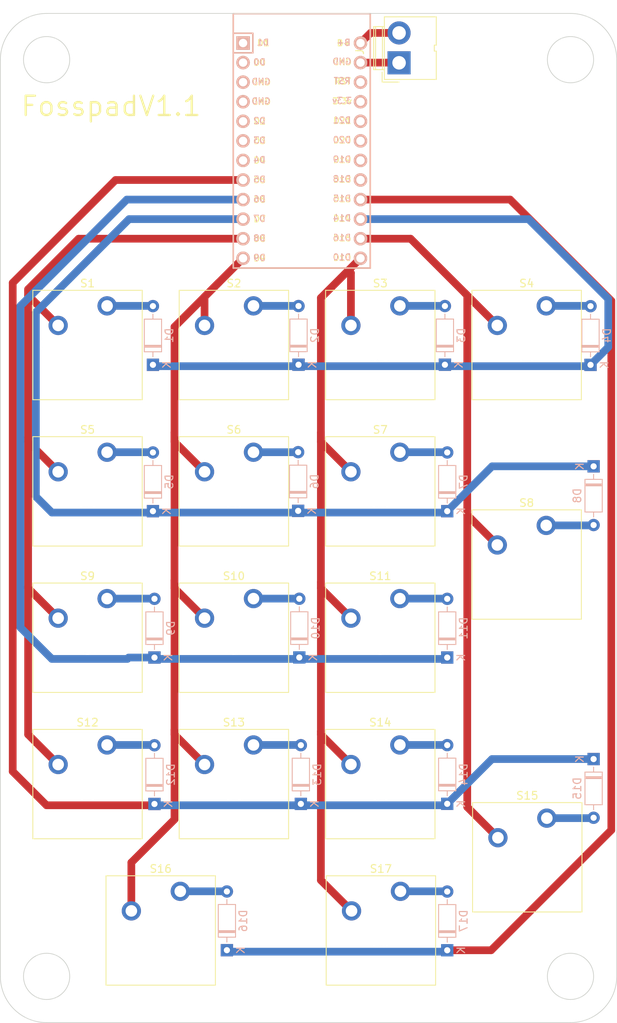
<source format=kicad_pcb>
(kicad_pcb (version 20240108) (generator "pcbnew") (generator_version "8.0")
  (layers (0 "F.Cu" signal) (31 "B.Cu" signal) (34 "B.Paste" user) (35 "F.Paste" user) (36 "B.SilkS" user "B.Silkscreen") (37 "F.SilkS" user "F.Silkscreen") (38 "B.Mask" user) (39 "F.Mask" user) (44 "Edge.Cuts" user))
  (net 0 "")
  (net 1 "ROW0")
  (net 2 "Net-(D1-A)")
  (net 3 "Net-(D2-A)")
  (net 4 "Net-(D3-A)")
  (net 5 "Net-(D4-A)")
  (net 6 "ROW1")
  (net 7 "Net-(D5-A)")
  (net 8 "Net-(D6-A)")
  (net 9 "Net-(D7-A)")
  (net 10 "Net-(D8-A)")
  (net 11 "ROW2")
  (net 12 "Net-(D9-A)")
  (net 13 "Net-(D10-A)")
  (net 14 "Net-(D11-A)")
  (net 15 "ROW3")
  (net 16 "Net-(D12-A)")
  (net 17 "Net-(D13-A)")
  (net 18 "Net-(D14-A)")
  (net 19 "Net-(D15-A)")
  (net 20 "ROW4")
  (net 21 "Net-(D16-A)")
  (net 22 "Net-(D17-A)")
  (net 23 "COL0")
  (net 24 "COL1")
  (net 25 "COL2")
  (net 26 "COL3")
  (net 40 "Net-(J1-Pin_1)")
  (net 41 "Net-(J1-Pin_2)")
  (footprint "ScottoKeebs_MX:MX_PCB_1.00u" (layer "F.Cu") (at 98.31 70.04)
    (property "Reference" "S2" (at 0 -8 0) (layer "F.SilkS"))
    (property "Value" "Keyswitch")
    (pad "" np_thru_hole circle (at -5.08 0) (size 1.75 1.75) (drill 1.75) (layers "*.Cu" "*.Mask"))
    (pad "" np_thru_hole circle (at 0 0) (size 4 4) (drill 4) (layers "*.Cu" "*.Mask"))
    (pad "" np_thru_hole circle (at 5.08 0) (size 1.75 1.75) (drill 1.75) (layers "*.Cu" "*.Mask"))
    (pad "1" thru_hole circle (at -3.81 -2.54) (size 2.5 2.5) (drill 1.5) (layers "*.Cu" "*.Mask") (net 25 "COL2"))
    (pad "2" thru_hole circle (at 2.54 -5.08) (size 2.5 2.5) (drill 1.5) (layers "*.Cu" "*.Mask") (net 3 "Net-(D2-A)"))
  )
  (footprint "ScottoKeebs_MX:MX_PCB_1.00u" (layer "F.Cu") (at 117.31 70.04)
    (property "Reference" "S3" (at 0 -8 0) (layer "F.SilkS"))
    (property "Value" "Keyswitch")
    (pad "" np_thru_hole circle (at -5.08 0) (size 1.75 1.75) (drill 1.75) (layers "*.Cu" "*.Mask"))
    (pad "" np_thru_hole circle (at 0 0) (size 4 4) (drill 4) (layers "*.Cu" "*.Mask"))
    (pad "" np_thru_hole circle (at 5.08 0) (size 1.75 1.75) (drill 1.75) (layers "*.Cu" "*.Mask"))
    (pad "1" thru_hole circle (at -3.81 -2.54) (size 2.5 2.5) (drill 1.5) (layers "*.Cu" "*.Mask") (net 24 "COL1"))
    (pad "2" thru_hole circle (at 2.54 -5.08) (size 2.5 2.5) (drill 1.5) (layers "*.Cu" "*.Mask") (net 4 "Net-(D3-A)"))
  )
  (footprint "ScottoKeebs_MCU:Nice_Nano_V2" (layer "F.Cu") (at 107.12 44.81)
    (property "Reference" "U1" (hide yes))
    (property "Value" "Nice_Nano_V2" (hide yes))
    (fp_text user "D16" (at 5.211 11.29 0) (layer "B.SilkS") (effects (font (size 0.8 0.8)) (justify mirror)))
    (fp_text user "D15" (at 5.211 6.21 0) (layer "B.SilkS") (effects (font (size 0.8 0.8)) (justify mirror)))
    (fp_text user "D5" (at -5.5 3.74 0) (layer "B.SilkS") (effects (font (size 0.8 0.8)) (justify mirror)))
    (fp_text user "D6" (at -5.5 6.28 0) (layer "B.SilkS") (effects (font (size 0.8 0.8)) (justify mirror)))
    (fp_text user "D8" (at -5.5 11.36 0) (layer "B.SilkS") (effects (font (size 0.8 0.8)) (justify mirror)))
    (fp_text user "D4" (at -5.5 1.2 0) (layer "B.SilkS") (effects (font (size 0.8 0.8)) (justify mirror)))
    (fp_text user "B+" (at 5.422 -14.04 0) (layer "B.SilkS") (effects (font (size 0.8 0.8)) (justify mirror)))
    (fp_text user "D7" (at -5.5 8.82 0) (layer "B.SilkS") (effects (font (size 0.8 0.8)) (justify mirror)))
    (fp_text user "D1" (at -5.039 -14.04 0) (layer "B.SilkS") (effects (font (size 0.8 0.8)) (justify mirror)))
    (fp_text user "D19" (at 5.211 1.13 0) (layer "B.SilkS") (effects (font (size 0.8 0.8)) (justify mirror)))
    (fp_text user "D0" (at -5.5 -11.5 0) (layer "B.SilkS") (effects (font (size 0.8 0.8)) (justify mirror)))
    (fp_text user "D10" (at 5.211 13.83 0) (layer "B.SilkS") (effects (font (size 0.8 0.8)) (justify mirror)))
    (fp_text user "D20" (at 5.211 -1.41 0) (layer "B.SilkS") (effects (font (size 0.8 0.8)) (justify mirror)))
    (fp_text user "D2" (at -5.5 -3.88 0) (layer "B.SilkS") (effects (font (size 0.8 0.8)) (justify mirror)))
    (fp_text user "3.3v" (at 5.211 -6.49 0) (layer "B.SilkS") (effects (font (size 0.8 0.8)) (justify mirror)))
    (fp_text user "D9" (at -5.5 13.9 0) (layer "B.SilkS") (effects (font (size 0.8 0.8)) (justify mirror)))
    (fp_text user "D14" (at 5.211 8.75 0) (layer "B.SilkS") (effects (font (size 0.8 0.8)) (justify mirror)))
    (fp_text user "RST" (at 5.25 -9.06 0) (layer "B.SilkS") (effects (font (size 0.8 0.8)) (justify mirror)))
    (fp_text user "D21" (at 5.211 -3.95 0) (layer "B.SilkS") (effects (font (size 0.8 0.8)) (justify mirror)))
    (fp_text user "D18" (at 5.211 3.67 0) (layer "B.SilkS") (effects (font (size 0.8 0.8)) (justify mirror)))
    (fp_text user "GND" (at -5.289 -6.42 0) (layer "B.SilkS") (effects (font (size 0.8 0.8)) (justify mirror)))
    (fp_text user "D3" (at -5.5 -1.34 0) (layer "B.SilkS") (effects (font (size 0.8 0.8)) (justify mirror)))
    (fp_text user "GND" (at -5.289 -8.96 0) (layer "B.SilkS") (effects (font (size 0.8 0.8)) (justify mirror)))
    (fp_text user "GND" (at 5.211 -11.57 0) (layer "B.SilkS") (effects (font (size 0.8 0.8)) (justify mirror)))
    (fp_text user "D16" (at 5.25 11.36 0) (layer "F.SilkS") (effects (font (size 0.8 0.8))))
    (fp_text user "D5" (at -5.461 3.81 0) (layer "F.SilkS") (effects (font (size 0.8 0.8))))
    (fp_text user "3.3v" (at 5.25 -6.42 0) (layer "F.SilkS") (effects (font (size 0.8 0.8))))
    (fp_text user "GND" (at -5.25 -6.35 0) (layer "F.SilkS") (effects (font (size 0.8 0.8))))
    (fp_text user "D14" (at 5.25 8.82 0) (layer "F.SilkS") (effects (font (size 0.8 0.8))))
    (fp_text user "D4" (at -5.461 1.27 0) (layer "F.SilkS") (effects (font (size 0.8 0.8))))
    (fp_text user "GND" (at -5.25 -8.89 0) (layer "F.SilkS") (effects (font (size 0.8 0.8))))
    (fp_text user "D8" (at -5.461 11.43 0) (layer "F.SilkS") (effects (font (size 0.8 0.8))))
    (fp_text user "D7" (at -5.461 8.89 0) (layer "F.SilkS") (effects (font (size 0.8 0.8))))
    (fp_text user "D15" (at 5.25 6.28 0) (layer "F.SilkS") (effects (font (size 0.8 0.8))))
    (fp_text user "GND" (at 5.25 -11.5 0) (layer "F.SilkS") (effects (font (size 0.8 0.8))))
    (fp_text user "D10" (at 5.25 13.9 0) (layer "F.SilkS") (effects (font (size 0.8 0.8))))
    (fp_text user "D21" (at 5.25 -3.88 0) (layer "F.SilkS") (effects (font (size 0.8 0.8))))
    (fp_text user "D2" (at -5.461 -3.81 0) (layer "F.SilkS") (effects (font (size 0.8 0.8))))
    (fp_text user "RST" (at 5.289 -8.99 0) (layer "F.SilkS") (effects (font (size 0.8 0.8))))
    (fp_text user "D6" (at -5.461 6.35 0) (layer "F.SilkS") (effects (font (size 0.8 0.8))))
    (fp_text user "D3" (at -5.461 -1.27 0) (layer "F.SilkS") (effects (font (size 0.8 0.8))))
    (fp_text user "D19" (at 5.25 1.2 0) (layer "F.SilkS") (effects (font (size 0.8 0.8))))
    (fp_text user "D9" (at -5.461 13.97 0) (layer "F.SilkS") (effects (font (size 0.8 0.8))))
    (fp_text user "D1" (at -5 -13.97 0) (layer "F.SilkS") (effects (font (size 0.8 0.8))))
    (fp_text user "D18" (at 5.25 3.74 0) (layer "F.SilkS") (effects (font (size 0.8 0.8))))
    (fp_text user "B+" (at 5.461 -13.97 0) (layer "F.SilkS") (effects (font (size 0.8 0.8))))
    (fp_text user "D20" (at 5.25 -1.34 0) (layer "F.SilkS") (effects (font (size 0.8 0.8))))
    (fp_text user "D0" (at -5.461 -11.43 0) (layer "F.SilkS") (effects (font (size 0.8 0.8))))
    (pad "1" thru_hole rect (at -7.62 -13.97 270) (size 1.7526 1.7526) (drill 1.0922) (layers "*.Cu" "*.SilkS" "*.Mask"))
    (pad "2" thru_hole circle (at -7.62 -11.43 270) (size 1.7526 1.7526) (drill 1.0922) (layers "*.Cu" "*.SilkS" "*.Mask"))
    (pad "3" thru_hole circle (at -7.62 -8.89 270) (size 1.7526 1.7526) (drill 1.0922) (layers "*.Cu" "*.SilkS" "*.Mask"))
    (pad "4" thru_hole circle (at -7.62 -6.35 270) (size 1.7526 1.7526) (drill 1.0922) (layers "*.Cu" "*.SilkS" "*.Mask"))
    (pad "5" thru_hole circle (at -7.62 -3.81 270) (size 1.7526 1.7526) (drill 1.0922) (layers "*.Cu" "*.SilkS" "*.Mask"))
    (pad "6" thru_hole circle (at -7.62 -1.27 270) (size 1.7526 1.7526) (drill 1.0922) (layers "*.Cu" "*.SilkS" "*.Mask"))
    (pad "7" thru_hole circle (at -7.62 1.27 270) (size 1.7526 1.7526) (drill 1.0922) (layers "*.Cu" "*.SilkS" "*.Mask"))
    (pad "8" thru_hole circle (at -7.62 3.81 270) (size 1.7526 1.7526) (drill 1.0922) (layers "*.Cu" "*.SilkS" "*.Mask") (net 15 "ROW3"))
    (pad "9" thru_hole circle (at -7.62 6.35 270) (size 1.7526 1.7526) (drill 1.0922) (layers "*.Cu" "*.SilkS" "*.Mask") (net 11 "ROW2"))
    (pad "10" thru_hole circle (at -7.62 8.89 270) (size 1.7526 1.7526) (drill 1.0922) (layers "*.Cu" "*.SilkS" "*.Mask") (net 6 "ROW1"))
    (pad "11" thru_hole circle (at -7.62 11.43 270) (size 1.7526 1.7526) (drill 1.0922) (layers "*.Cu" "*.SilkS" "*.Mask") (net 26 "COL3"))
    (pad "12" thru_hole circle (at -7.62 13.97 270) (size 1.7526 1.7526) (drill 1.0922) (layers "*.Cu" "*.SilkS" "*.Mask") (net 25 "COL2"))
    (pad "13" thru_hole circle (at 7.62 13.97 270) (size 1.7526 1.7526) (drill 1.0922) (layers "*.Cu" "*.SilkS" "*.Mask") (net 24 "COL1"))
    (pad "14" thru_hole circle (at 7.62 11.43 270) (size 1.7526 1.7526) (drill 1.0922) (layers "*.Cu" "*.SilkS" "*.Mask") (net 23 "COL0"))
    (pad "15" thru_hole circle (at 7.62 8.89 270) (size 1.7526 1.7526) (drill 1.0922) (layers "*.Cu" "*.SilkS" "*.Mask") (net 1 "ROW0"))
    (pad "16" thru_hole circle (at 7.62 6.35 270) (size 1.7526 1.7526) (drill 1.0922) (layers "*.Cu" "*.SilkS" "*.Mask") (net 20 "ROW4"))
    (pad "17" thru_hole circle (at 7.62 3.81 270) (size 1.7526 1.7526) (drill 1.0922) (layers "*.Cu" "*.SilkS" "*.Mask"))
    (pad "18" thru_hole circle (at 7.62 1.27 270) (size 1.7526 1.7526) (drill 1.0922) (layers "*.Cu" "*.SilkS" "*.Mask"))
    (pad "19" thru_hole circle (at 7.62 -1.27 270) (size 1.7526 1.7526) (drill 1.0922) (layers "*.Cu" "*.SilkS" "*.Mask"))
    (pad "20" thru_hole circle (at 7.62 -3.81 270) (size 1.7526 1.7526) (drill 1.0922) (layers "*.Cu" "*.SilkS" "*.Mask"))
    (pad "21" thru_hole circle (at 7.62 -6.35 270) (size 1.7526 1.7526) (drill 1.0922) (layers "*.Cu" "*.SilkS" "*.Mask"))
    (pad "22" thru_hole circle (at 7.62 -8.89 270) (size 1.7526 1.7526) (drill 1.0922) (layers "*.Cu" "*.SilkS" "*.Mask"))
    (pad "23" thru_hole circle (at 7.62 -11.43 270) (size 1.7526 1.7526) (drill 1.0922) (layers "*.Cu" "*.SilkS" "*.Mask") (net 40 "Net-(J1-Pin_1)"))
    (pad "24" thru_hole circle (at 7.62 -13.97 270) (size 1.7526 1.7526) (drill 1.0922) (layers "*.Cu" "*.SilkS" "*.Mask") (net 41 "Net-(J1-Pin_2)"))
  )
  (footprint "ScottoKeebs_MX:MX_PCB_2.00u_90deg" (layer "F.Cu") (at 136.39 136.54)
    (property "Reference" "S15" (at 0 -8 0) (layer "F.SilkS"))
    (property "Value" "Keyswitch")
    (pad "" np_thru_hole circle (at -5.08 0) (size 1.75 1.75) (drill 1.75) (layers "*.Cu" "*.Mask"))
    (pad "" np_thru_hole circle (at 0 0) (size 4 4) (drill 4) (layers "*.Cu" "*.Mask"))
    (pad "" np_thru_hole circle (at 5.08 0) (size 1.75 1.75) (drill 1.75) (layers "*.Cu" "*.Mask"))
    (pad "1" thru_hole circle (at -3.81 -2.54) (size 2.5 2.5) (drill 1.5) (layers "*.Cu" "*.Mask") (net 23 "COL0"))
    (pad "2" thru_hole circle (at 2.54 -5.08) (size 2.5 2.5) (drill 1.5) (layers "*.Cu" "*.Mask") (net 19 "Net-(D15-A)"))
  )
  (footprint "ScottoKeebs_MX:MX_PCB_1.00u" (layer "F.Cu") (at 98.31 127.04)
    (property "Reference" "S13" (at 0 -8 0) (layer "F.SilkS"))
    (property "Value" "Keyswitch")
    (pad "" np_thru_hole circle (at -5.08 0) (size 1.75 1.75) (drill 1.75) (layers "*.Cu" "*.Mask"))
    (pad "" np_thru_hole circle (at 0 0) (size 4 4) (drill 4) (layers "*.Cu" "*.Mask"))
    (pad "" np_thru_hole circle (at 5.08 0) (size 1.75 1.75) (drill 1.75) (layers "*.Cu" "*.Mask"))
    (pad "1" thru_hole circle (at -3.81 -2.54) (size 2.5 2.5) (drill 1.5) (layers "*.Cu" "*.Mask") (net 25 "COL2"))
    (pad "2" thru_hole circle (at 2.54 -5.08) (size 2.5 2.5) (drill 1.5) (layers "*.Cu" "*.Mask") (net 17 "Net-(D13-A)"))
  )
  (footprint "ScottoKeebs_MX:MX_PCB_1.00u" (layer "F.Cu") (at 98.31 89.04)
    (property "Reference" "S6" (at 0 -8 0) (layer "F.SilkS"))
    (property "Value" "Keyswitch")
    (pad "" np_thru_hole circle (at -5.08 0) (size 1.75 1.75) (drill 1.75) (layers "*.Cu" "*.Mask"))
    (pad "" np_thru_hole circle (at 0 0) (size 4 4) (drill 4) (layers "*.Cu" "*.Mask"))
    (pad "" np_thru_hole circle (at 5.08 0) (size 1.75 1.75) (drill 1.75) (layers "*.Cu" "*.Mask"))
    (pad "1" thru_hole circle (at -3.81 -2.54) (size 2.5 2.5) (drill 1.5) (layers "*.Cu" "*.Mask") (net 25 "COL2"))
    (pad "2" thru_hole circle (at 2.54 -5.08) (size 2.5 2.5) (drill 1.5) (layers "*.Cu" "*.Mask") (net 8 "Net-(D6-A)"))
  )
  (footprint "ScottoKeebs_MX:MX_PCB_1.00u" (layer "F.Cu") (at 136.31 70.04)
    (property "Reference" "S4" (at 0 -8 0) (layer "F.SilkS"))
    (property "Value" "Keyswitch")
    (pad "" np_thru_hole circle (at -5.08 0) (size 1.75 1.75) (drill 1.75) (layers "*.Cu" "*.Mask"))
    (pad "" np_thru_hole circle (at 0 0) (size 4 4) (drill 4) (layers "*.Cu" "*.Mask"))
    (pad "" np_thru_hole circle (at 5.08 0) (size 1.75 1.75) (drill 1.75) (layers "*.Cu" "*.Mask"))
    (pad "1" thru_hole circle (at -3.81 -2.54) (size 2.5 2.5) (drill 1.5) (layers "*.Cu" "*.Mask") (net 23 "COL0"))
    (pad "2" thru_hole circle (at 2.54 -5.08) (size 2.5 2.5) (drill 1.5) (layers "*.Cu" "*.Mask") (net 5 "Net-(D4-A)"))
  )
  (footprint "ScottoKeebs_MX:MX_PCB_1.00u" (layer "F.Cu") (at 79.31 127.04)
    (property "Reference" "S12" (at 0 -8 0) (layer "F.SilkS"))
    (property "Value" "Keyswitch")
    (pad "" np_thru_hole circle (at -5.08 0) (size 1.75 1.75) (drill 1.75) (layers "*.Cu" "*.Mask"))
    (pad "" np_thru_hole circle (at 0 0) (size 4 4) (drill 4) (layers "*.Cu" "*.Mask"))
    (pad "" np_thru_hole circle (at 5.08 0) (size 1.75 1.75) (drill 1.75) (layers "*.Cu" "*.Mask"))
    (pad "1" thru_hole circle (at -3.81 -2.54) (size 2.5 2.5) (drill 1.5) (layers "*.Cu" "*.Mask") (net 26 "COL3"))
    (pad "2" thru_hole circle (at 2.54 -5.08) (size 2.5 2.5) (drill 1.5) (layers "*.Cu" "*.Mask") (net 16 "Net-(D12-A)"))
  )
  (footprint "ScottoKeebs_MX:MX_PCB_1.00u" (layer "F.Cu") (at 79.31 89.04)
    (property "Reference" "S5" (at 0 -8 0) (layer "F.SilkS"))
    (property "Value" "Keyswitch")
    (pad "" np_thru_hole circle (at -5.08 0) (size 1.75 1.75) (drill 1.75) (layers "*.Cu" "*.Mask"))
    (pad "" np_thru_hole circle (at 0 0) (size 4 4) (drill 4) (layers "*.Cu" "*.Mask"))
    (pad "" np_thru_hole circle (at 5.08 0) (size 1.75 1.75) (drill 1.75) (layers "*.Cu" "*.Mask"))
    (pad "1" thru_hole circle (at -3.81 -2.54) (size 2.5 2.5) (drill 1.5) (layers "*.Cu" "*.Mask") (net 26 "COL3"))
    (pad "2" thru_hole circle (at 2.54 -5.08) (size 2.5 2.5) (drill 1.5) (layers "*.Cu" "*.Mask") (net 7 "Net-(D5-A)"))
  )
  (footprint "ScottoKeebs_MX:MX_PCB_1.00u" (layer "F.Cu") (at 117.31 89.04)
    (property "Reference" "S7" (at 0 -8 0) (layer "F.SilkS"))
    (property "Value" "Keyswitch")
    (pad "" np_thru_hole circle (at -5.08 0) (size 1.75 1.75) (drill 1.75) (layers "*.Cu" "*.Mask"))
    (pad "" np_thru_hole circle (at 0 0) (size 4 4) (drill 4) (layers "*.Cu" "*.Mask"))
    (pad "" np_thru_hole circle (at 5.08 0) (size 1.75 1.75) (drill 1.75) (layers "*.Cu" "*.Mask"))
    (pad "1" thru_hole circle (at -3.81 -2.54) (size 2.5 2.5) (drill 1.5) (layers "*.Cu" "*.Mask") (net 24 "COL1"))
    (pad "2" thru_hole circle (at 2.54 -5.08) (size 2.5 2.5) (drill 1.5) (layers "*.Cu" "*.Mask") (net 9 "Net-(D7-A)"))
  )
  (footprint "ScottoKeebs_MX:MX_PCB_1.00u" (layer "F.Cu") (at 79.31 70.04)
    (property "Reference" "S1" (at 0 -8 0) (layer "F.SilkS"))
    (property "Value" "Keyswitch")
    (pad "" np_thru_hole circle (at -5.08 0) (size 1.75 1.75) (drill 1.75) (layers "*.Cu" "*.Mask"))
    (pad "" np_thru_hole circle (at 0 0) (size 4 4) (drill 4) (layers "*.Cu" "*.Mask"))
    (pad "" np_thru_hole circle (at 5.08 0) (size 1.75 1.75) (drill 1.75) (layers "*.Cu" "*.Mask"))
    (pad "1" thru_hole circle (at -3.81 -2.54) (size 2.5 2.5) (drill 1.5) (layers "*.Cu" "*.Mask") (net 26 "COL3"))
    (pad "2" thru_hole circle (at 2.54 -5.08) (size 2.5 2.5) (drill 1.5) (layers "*.Cu" "*.Mask") (net 2 "Net-(D1-A)"))
  )
  (footprint "ScottoKeebs_MX:MX_PCB_1.00u" (layer "F.Cu") (at 79.31 108.04)
    (property "Reference" "S9" (at 0 -8 0) (layer "F.SilkS"))
    (property "Value" "Keyswitch")
    (pad "" np_thru_hole circle (at -5.08 0) (size 1.75 1.75) (drill 1.75) (layers "*.Cu" "*.Mask"))
    (pad "" np_thru_hole circle (at 0 0) (size 4 4) (drill 4) (layers "*.Cu" "*.Mask"))
    (pad "" np_thru_hole circle (at 5.08 0) (size 1.75 1.75) (drill 1.75) (layers "*.Cu" "*.Mask"))
    (pad "1" thru_hole circle (at -3.81 -2.54) (size 2.5 2.5) (drill 1.5) (layers "*.Cu" "*.Mask") (net 26 "COL3"))
    (pad "2" thru_hole circle (at 2.54 -5.08) (size 2.5 2.5) (drill 1.5) (layers "*.Cu" "*.Mask") (net 12 "Net-(D9-A)"))
  )
  (footprint "ScottoKeebs_MX:MX_PCB_1.00u" (layer "F.Cu") (at 117.39 146.04)
    (property "Reference" "S17" (at 0 -8 0) (layer "F.SilkS"))
    (property "Value" "Keyswitch")
    (pad "" np_thru_hole circle (at -5.08 0) (size 1.75 1.75) (drill 1.75) (layers "*.Cu" "*.Mask"))
    (pad "" np_thru_hole circle (at 0 0) (size 4 4) (drill 4) (layers "*.Cu" "*.Mask"))
    (pad "" np_thru_hole circle (at 5.08 0) (size 1.75 1.75) (drill 1.75) (layers "*.Cu" "*.Mask"))
    (pad "1" thru_hole circle (at -3.81 -2.54) (size 2.5 2.5) (drill 1.5) (layers "*.Cu" "*.Mask") (net 24 "COL1"))
    (pad "2" thru_hole circle (at 2.54 -5.08) (size 2.5 2.5) (drill 1.5) (layers "*.Cu" "*.Mask") (net 22 "Net-(D17-A)"))
  )
  (footprint "ScottoKeebs_MX:MX_PCB_1.00u" (layer "F.Cu") (at 117.31 108.04)
    (property "Reference" "S11" (at 0 -8 0) (layer "F.SilkS"))
    (property "Value" "Keyswitch")
    (pad "" np_thru_hole circle (at -5.08 0) (size 1.75 1.75) (drill 1.75) (layers "*.Cu" "*.Mask"))
    (pad "" np_thru_hole circle (at 0 0) (size 4 4) (drill 4) (layers "*.Cu" "*.Mask"))
    (pad "" np_thru_hole circle (at 5.08 0) (size 1.75 1.75) (drill 1.75) (layers "*.Cu" "*.Mask"))
    (pad "1" thru_hole circle (at -3.81 -2.54) (size 2.5 2.5) (drill 1.5) (layers "*.Cu" "*.Mask") (net 24 "COL1"))
    (pad "2" thru_hole circle (at 2.54 -5.08) (size 2.5 2.5) (drill 1.5) (layers "*.Cu" "*.Mask") (net 14 "Net-(D11-A)"))
  )
  (footprint "ScottoKeebs_MX:MX_PCB_2.00u" (layer "F.Cu") (at 88.81 146.04)
    (property "Reference" "S16" (at 0 -8 0) (layer "F.SilkS"))
    (property "Value" "Keyswitch")
    (pad "" np_thru_hole circle (at -5.08 0) (size 1.75 1.75) (drill 1.75) (layers "*.Cu" "*.Mask"))
    (pad "" np_thru_hole circle (at 0 0) (size 4 4) (drill 4) (layers "*.Cu" "*.Mask"))
    (pad "" np_thru_hole circle (at 5.08 0) (size 1.75 1.75) (drill 1.75) (layers "*.Cu" "*.Mask"))
    (pad "1" thru_hole circle (at -3.81 -2.54) (size 2.5 2.5) (drill 1.5) (layers "*.Cu" "*.Mask") (net 25 "COL2"))
    (pad "2" thru_hole circle (at 2.54 -5.08) (size 2.5 2.5) (drill 1.5) (layers "*.Cu" "*.Mask") (net 21 "Net-(D16-A)"))
  )
  (footprint "Connector:JWT_A3963_1x02_P3.96mm_Vertical" (layer "F.Cu") (at 119.75 33.4075 90)
    (property "Reference" "J1" (at 1.91 -5.08 90) (layer "F.SilkS"))
    (property "Value" "Conn_01x02_Pin")
    (pad "1" thru_hole rect (at 0 0 90) (size 3 3) (drill 1.75) (layers "*.Cu" "*.Mask") (net 40 "Net-(J1-Pin_1)"))
    (pad "2" thru_hole circle (at 3.88 0 90) (size 3 3) (drill 1.75) (layers "*.Cu" "*.Mask") (net 41 "Net-(J1-Pin_2)"))
  )
  (footprint "ScottoKeebs_MX:MX_PCB_2.00u_90deg" (layer "F.Cu") (at 136.31 98.54)
    (property "Reference" "S8" (at 0 -8 0) (layer "F.SilkS"))
    (property "Value" "Keyswitch")
    (pad "" np_thru_hole circle (at -5.08 0) (size 1.75 1.75) (drill 1.75) (layers "*.Cu" "*.Mask"))
    (pad "" np_thru_hole circle (at 0 0) (size 4 4) (drill 4) (layers "*.Cu" "*.Mask"))
    (pad "" np_thru_hole circle (at 5.08 0) (size 1.75 1.75) (drill 1.75) (layers "*.Cu" "*.Mask"))
    (pad "1" thru_hole circle (at -3.81 -2.54) (size 2.5 2.5) (drill 1.5) (layers "*.Cu" "*.Mask") (net 23 "COL0"))
    (pad "2" thru_hole circle (at 2.54 -5.08) (size 2.5 2.5) (drill 1.5) (layers "*.Cu" "*.Mask") (net 10 "Net-(D8-A)"))
  )
  (footprint "ScottoKeebs_MX:MX_PCB_1.00u" (layer "F.Cu") (at 98.31 108.04)
    (property "Reference" "S10" (at 0 -8 0) (layer "F.SilkS"))
    (property "Value" "Keyswitch")
    (pad "" np_thru_hole circle (at -5.08 0) (size 1.75 1.75) (drill 1.75) (layers "*.Cu" "*.Mask"))
    (pad "" np_thru_hole circle (at 0 0) (size 4 4) (drill 4) (layers "*.Cu" "*.Mask"))
    (pad "" np_thru_hole circle (at 5.08 0) (size 1.75 1.75) (drill 1.75) (layers "*.Cu" "*.Mask"))
    (pad "1" thru_hole circle (at -3.81 -2.54) (size 2.5 2.5) (drill 1.5) (layers "*.Cu" "*.Mask") (net 25 "COL2"))
    (pad "2" thru_hole circle (at 2.54 -5.08) (size 2.5 2.5) (drill 1.5) (layers "*.Cu" "*.Mask") (net 13 "Net-(D10-A)"))
  )
  (footprint "ScottoKeebs_MX:MX_PCB_1.00u" (layer "F.Cu") (at 117.31 127.04)
    (property "Reference" "S14" (at 0 -8 0) (layer "F.SilkS"))
    (property "Value" "Keyswitch")
    (pad "" np_thru_hole circle (at -5.08 0) (size 1.75 1.75) (drill 1.75) (layers "*.Cu" "*.Mask"))
    (pad "" np_thru_hole circle (at 0 0) (size 4 4) (drill 4) (layers "*.Cu" "*.Mask"))
    (pad "" np_thru_hole circle (at 5.08 0) (size 1.75 1.75) (drill 1.75) (layers "*.Cu" "*.Mask"))
    (pad "1" thru_hole circle (at -3.81 -2.54) (size 2.5 2.5) (drill 1.5) (layers "*.Cu" "*.Mask") (net 24 "COL1"))
    (pad "2" thru_hole circle (at 2.54 -5.08) (size 2.5 2.5) (drill 1.5) (layers "*.Cu" "*.Mask") (net 18 "Net-(D14-A)"))
  )
  (footprint "ScottoKeebs_Components:Diode_DO-35" (layer "B.Cu") (at 125.7 72.6 90)
    (property "Reference" "D3" (at 3.81 2.12 90) (layer "B.SilkS") (effects (justify mirror)))
    (property "Value" "Diode")
    (fp_text user "K" (at 0 1.8 90) (layer "B.SilkS") (effects (justify mirror)))
    (pad "1" thru_hole rect (at 0 0 90) (size 1.6 1.6) (drill 0.8) (layers "*.Cu" "*.Mask") (net 1 "ROW0"))
    (pad "2" thru_hole oval (at 7.62 0 90) (size 1.6 1.6) (drill 0.8) (layers "*.Cu" "*.Mask") (net 4 "Net-(D3-A)"))
  )
  (footprint "ScottoKeebs_Components:Diode_DO-35" (layer "B.Cu") (at 126 110.61 90)
    (property "Reference" "D11" (at 3.81 2.12 90) (layer "B.SilkS") (effects (justify mirror)))
    (property "Value" "Diode")
    (fp_text user "K" (at 0 1.8 90) (layer "B.SilkS") (effects (justify mirror)))
    (pad "1" thru_hole rect (at 0 0 90) (size 1.6 1.6) (drill 0.8) (layers "*.Cu" "*.Mask") (net 11 "ROW2"))
    (pad "2" thru_hole oval (at 7.62 0 90) (size 1.6 1.6) (drill 0.8) (layers "*.Cu" "*.Mask") (net 14 "Net-(D11-A)"))
  )
  (footprint "ScottoKeebs_Components:Diode_DO-35" (layer "B.Cu") (at 145 85.79 -90)
    (property "Reference" "D8" (at 3.81 2.12 90) (layer "B.SilkS") (effects (justify mirror)))
    (property "Value" "Diode")
    (fp_text user "K" (at 0 1.8 90) (layer "B.SilkS") (effects (justify mirror)))
    (pad "1" thru_hole rect (at 0 0 270) (size 1.6 1.6) (drill 0.8) (layers "*.Cu" "*.Mask") (net 6 "ROW1"))
    (pad "2" thru_hole oval (at 7.62 0 270) (size 1.6 1.6) (drill 0.8) (layers "*.Cu" "*.Mask") (net 10 "Net-(D8-A)"))
  )
  (footprint "ScottoKeebs_Components:Diode_DO-35" (layer "B.Cu") (at 97.4 148.6 90)
    (property "Reference" "D16" (at 3.81 2.12 90) (layer "B.SilkS") (effects (justify mirror)))
    (property "Value" "Diode")
    (fp_text user "K" (at 0 1.8 90) (layer "B.SilkS") (effects (justify mirror)))
    (pad "1" thru_hole rect (at 0 0 90) (size 1.6 1.6) (drill 0.8) (layers "*.Cu" "*.Mask") (net 20 "ROW4"))
    (pad "2" thru_hole oval (at 7.62 0 90) (size 1.6 1.6) (drill 0.8) (layers "*.Cu" "*.Mask") (net 21 "Net-(D16-A)"))
  )
  (footprint "ScottoKeebs_Components:Diode_DO-35" (layer "B.Cu") (at 87.8 72.61 90)
    (property "Reference" "D1" (at 3.81 2.12 90) (layer "B.SilkS") (effects (justify mirror)))
    (property "Value" "Diode")
    (fp_text user "K" (at 0 1.8 90) (layer "B.SilkS") (effects (justify mirror)))
    (pad "1" thru_hole rect (at 0 0 90) (size 1.6 1.6) (drill 0.8) (layers "*.Cu" "*.Mask") (net 1 "ROW0"))
    (pad "2" thru_hole oval (at 7.62 0 90) (size 1.6 1.6) (drill 0.8) (layers "*.Cu" "*.Mask") (net 2 "Net-(D1-A)"))
  )
  (footprint "ScottoKeebs_Components:Diode_DO-35" (layer "B.Cu") (at 145 123.79 -90)
    (property "Reference" "D15" (at 3.81 2.12 90) (layer "B.SilkS") (effects (justify mirror)))
    (property "Value" "Diode")
    (fp_text user "K" (at 0 1.8 90) (layer "B.SilkS") (effects (justify mirror)))
    (pad "1" thru_hole rect (at 0 0 270) (size 1.6 1.6) (drill 0.8) (layers "*.Cu" "*.Mask") (net 15 "ROW3"))
    (pad "2" thru_hole oval (at 7.62 0 270) (size 1.6 1.6) (drill 0.8) (layers "*.Cu" "*.Mask") (net 19 "Net-(D15-A)"))
  )
  (footprint "ScottoKeebs_Components:Diode_DO-35" (layer "B.Cu") (at 88 110.61 90)
    (property "Reference" "D9" (at 3.81 2.12 90) (layer "B.SilkS") (effects (justify mirror)))
    (property "Value" "Diode")
    (fp_text user "K" (at 0 1.8 90) (layer "B.SilkS") (effects (justify mirror)))
    (pad "1" thru_hole rect (at 0 0 90) (size 1.6 1.6) (drill 0.8) (layers "*.Cu" "*.Mask") (net 11 "ROW2"))
    (pad "2" thru_hole oval (at 7.62 0 90) (size 1.6 1.6) (drill 0.8) (layers "*.Cu" "*.Mask") (net 12 "Net-(D9-A)"))
  )
  (footprint "ScottoKeebs_Components:Diode_DO-35" (layer "B.Cu") (at 88 129.62 90)
    (property "Reference" "D12" (at 3.81 2.12 90) (layer "B.SilkS") (effects (justify mirror)))
    (property "Value" "Diode")
    (fp_text user "K" (at 0 1.8 90) (layer "B.SilkS") (effects (justify mirror)))
    (pad "1" thru_hole rect (at 0 0 90) (size 1.6 1.6) (drill 0.8) (layers "*.Cu" "*.Mask") (net 15 "ROW3"))
    (pad "2" thru_hole oval (at 7.62 0 90) (size 1.6 1.6) (drill 0.8) (layers "*.Cu" "*.Mask") (net 16 "Net-(D12-A)"))
  )
  (footprint "ScottoKeebs_Components:Diode_DO-35" (layer "B.Cu") (at 87.8 91.61 90)
    (property "Reference" "D5" (at 3.81 2.12 90) (layer "B.SilkS") (effects (justify mirror)))
    (property "Value" "Diode")
    (fp_text user "K" (at 0 1.8 90) (layer "B.SilkS") (effects (justify mirror)))
    (pad "1" thru_hole rect (at 0 0 90) (size 1.6 1.6) (drill 0.8) (layers "*.Cu" "*.Mask") (net 6 "ROW1"))
    (pad "2" thru_hole oval (at 7.62 0 90) (size 1.6 1.6) (drill 0.8) (layers "*.Cu" "*.Mask") (net 7 "Net-(D5-A)"))
  )
  (footprint "ScottoKeebs_Components:Diode_DO-35" (layer "B.Cu") (at 106.8 110.6 90)
    (property "Reference" "D10" (at 3.81 2.12 90) (layer "B.SilkS") (effects (justify mirror)))
    (property "Value" "Diode")
    (fp_text user "K" (at 0 1.8 90) (layer "B.SilkS") (effects (justify mirror)))
    (pad "1" thru_hole rect (at 0 0 90) (size 1.6 1.6) (drill 0.8) (layers "*.Cu" "*.Mask") (net 11 "ROW2"))
    (pad "2" thru_hole oval (at 7.62 0 90) (size 1.6 1.6) (drill 0.8) (layers "*.Cu" "*.Mask") (net 13 "Net-(D10-A)"))
  )
  (footprint "ScottoKeebs_Components:Diode_DO-35" (layer "B.Cu") (at 126 129.6 90)
    (property "Reference" "D14" (at 3.81 2.12 90) (layer "B.SilkS") (effects (justify mirror)))
    (property "Value" "Diode")
    (fp_text user "K" (at 0 1.8 90) (layer "B.SilkS") (effects (justify mirror)))
    (pad "1" thru_hole rect (at 0 0 90) (size 1.6 1.6) (drill 0.8) (layers "*.Cu" "*.Mask") (net 15 "ROW3"))
    (pad "2" thru_hole oval (at 7.62 0 90) (size 1.6 1.6) (drill 0.8) (layers "*.Cu" "*.Mask") (net 18 "Net-(D14-A)"))
  )
  (footprint "ScottoKeebs_Components:Diode_DO-35" (layer "B.Cu") (at 126 148.61 90)
    (property "Reference" "D17" (at 3.81 2.12 90) (layer "B.SilkS") (effects (justify mirror)))
    (property "Value" "Diode")
    (fp_text user "K" (at 0 1.8 90) (layer "B.SilkS") (effects (justify mirror)))
    (pad "1" thru_hole rect (at 0 0 90) (size 1.6 1.6) (drill 0.8) (layers "*.Cu" "*.Mask") (net 20 "ROW4"))
    (pad "2" thru_hole oval (at 7.62 0 90) (size 1.6 1.6) (drill 0.8) (layers "*.Cu" "*.Mask") (net 22 "Net-(D17-A)"))
  )
  (footprint "ScottoKeebs_Components:Diode_DO-35" (layer "B.Cu") (at 126 91.61 90)
    (property "Reference" "D7" (at 3.81 2.12 90) (layer "B.SilkS") (effects (justify mirror)))
    (property "Value" "Diode")
    (fp_text user "K" (at 0 1.8 90) (layer "B.SilkS") (effects (justify mirror)))
    (pad "1" thru_hole rect (at 0 0 90) (size 1.6 1.6) (drill 0.8) (layers "*.Cu" "*.Mask") (net 6 "ROW1"))
    (pad "2" thru_hole oval (at 7.62 0 90) (size 1.6 1.6) (drill 0.8) (layers "*.Cu" "*.Mask") (net 9 "Net-(D7-A)"))
  )
  (footprint "ScottoKeebs_Components:Diode_DO-35" (layer "B.Cu") (at 106.7 72.6 90)
    (property "Reference" "D2" (at 3.81 2.12 90) (layer "B.SilkS") (effects (justify mirror)))
    (property "Value" "Diode")
    (fp_text user "K" (at 0 1.8 90) (layer "B.SilkS") (effects (justify mirror)))
    (pad "1" thru_hole rect (at 0 0 90) (size 1.6 1.6) (drill 0.8) (layers "*.Cu" "*.Mask") (net 1 "ROW0"))
    (pad "2" thru_hole oval (at 7.62 0 90) (size 1.6 1.6) (drill 0.8) (layers "*.Cu" "*.Mask") (net 3 "Net-(D2-A)"))
  )
  (footprint "ScottoKeebs_Components:Diode_DO-35" (layer "B.Cu") (at 107 129.61 90)
    (property "Reference" "D13" (at 3.81 2.12 90) (layer "B.SilkS") (effects (justify mirror)))
    (property "Value" "Diode")
    (fp_text user "K" (at 0 1.8 90) (layer "B.SilkS") (effects (justify mirror)))
    (pad "1" thru_hole rect (at 0 0 90) (size 1.6 1.6) (drill 0.8) (layers "*.Cu" "*.Mask") (net 15 "ROW3"))
    (pad "2" thru_hole oval (at 7.62 0 90) (size 1.6 1.6) (drill 0.8) (layers "*.Cu" "*.Mask") (net 17 "Net-(D13-A)"))
  )
  (footprint "ScottoKeebs_Components:Diode_DO-35" (layer "B.Cu") (at 144.6 72.62 90)
    (property "Reference" "D4" (at 3.81 2.12 90) (layer "B.SilkS") (effects (justify mirror)))
    (property "Value" "Diode")
    (fp_text user "K" (at 0 1.8 90) (layer "B.SilkS") (effects (justify mirror)))
    (pad "1" thru_hole rect (at 0 0 90) (size 1.6 1.6) (drill 0.8) (layers "*.Cu" "*.Mask") (net 1 "ROW0"))
    (pad "2" thru_hole oval (at 7.62 0 90) (size 1.6 1.6) (drill 0.8) (layers "*.Cu" "*.Mask") (net 5 "Net-(D4-A)"))
  )
  (footprint "ScottoKeebs_Components:Diode_DO-35" (layer "B.Cu") (at 106.65 91.57 90)
    (property "Reference" "D6" (at 3.81 2.12 90) (layer "B.SilkS") (effects (justify mirror)))
    (property "Value" "Diode")
    (fp_text user "K" (at 0 1.8 90) (layer "B.SilkS") (effects (justify mirror)))
    (pad "1" thru_hole rect (at 0 0 90) (size 1.6 1.6) (drill 0.8) (layers "*.Cu" "*.Mask") (net 6 "ROW1"))
    (pad "2" thru_hole oval (at 7.62 0 90) (size 1.6 1.6) (drill 0.8) (layers "*.Cu" "*.Mask") (net 8 "Net-(D6-A)"))
  )
  (gr_arc (start 74 158) (mid 69.757359 156.242641) (end 68 152) (stroke (width 0.1)) (layer "Edge.Cuts"))
  (gr_circle (center 74 152) (end 74 155) (stroke (width 0.1)) (fill none) (layer "Edge.Cuts"))
  (gr_circle (center 142 152) (end 142 155) (stroke (width 0.1)) (fill none) (layer "Edge.Cuts"))
  (gr_line (start 74 27) (end 142 27) (stroke (width 0.1)) (layer "Edge.Cuts"))
  (gr_arc (start 148 152) (mid 146.242641 156.242641) (end 142 158) (stroke (width 0.1)) (layer "Edge.Cuts"))
  (gr_line (start 68 152) (end 68 33) (stroke (width 0.1)) (layer "Edge.Cuts"))
  (gr_line (start 142 158) (end 74 158) (stroke (width 0.1)) (layer "Edge.Cuts"))
  (gr_circle (center 142 33) (end 142 30) (stroke (width 0.1)) (fill none) (layer "Edge.Cuts"))
  (gr_arc (start 142 27) (mid 146.242641 28.757359) (end 148 33) (stroke (width 0.1)) (layer "Edge.Cuts"))
  (gr_circle (center 74 33) (end 74 30) (stroke (width 0.1)) (fill none) (layer "Edge.Cuts"))
  (gr_line (start 148 33) (end 148 152) (stroke (width 0.1)) (layer "Edge.Cuts"))
  (gr_arc (start 68 33) (mid 69.757359 28.757359) (end 74 27) (stroke (width 0.1)) (layer "Edge.Cuts"))
  (gr_text "FosspadV1.1" (at 70.5 40.5 0) (layer "F.SilkS") (effects (font (size 2.5 2.5) (thickness 0.3) (bold yes)) (justify left bottom)))
  (segment (start 146.9 70.32) (end 146.9 64.047308) (width 1) (layer "B.Cu") (net 1))
  (segment (start 87.8 72.61) (end 87.98 72.79) (width 1) (layer "B.Cu") (net 1))
  (segment (start 125.51 72.79) (end 125.7 72.6) (width 1) (layer "B.Cu") (net 1))
  (segment (start 106.51 72.79) (end 106.7 72.6) (width 1) (layer "B.Cu") (net 1))
  (segment (start 125.89 72.79) (end 144.43 72.79) (width 1) (layer "B.Cu") (net 1))
  (segment (start 144.43 72.79) (end 144.6 72.62) (width 1) (layer "B.Cu") (net 1))
  (segment (start 136.552692 53.7) (end 114.74 53.7) (width 1) (layer "B.Cu") (net 1))
  (segment (start 146.9 64.047308) (end 136.552692 53.7) (width 1) (layer "B.Cu") (net 1))
  (segment (start 87.98 72.79) (end 106.51 72.79) (width 1) (layer "B.Cu") (net 1))
  (segment (start 106.7 72.6) (end 106.89 72.79) (width 1) (layer "B.Cu") (net 1))
  (segment (start 106.89 72.79) (end 125.51 72.79) (width 1) (layer "B.Cu") (net 1))
  (segment (start 144.6 72.62) (end 146.9 70.32) (width 1) (layer "B.Cu") (net 1))
  (segment (start 125.7 72.6) (end 125.89 72.79) (width 1) (layer "B.Cu") (net 1))
  (segment (start 87.77 64.96) (end 87.8 64.99) (width 1) (layer "B.Cu") (net 2))
  (segment (start 81.85 64.96) (end 87.77 64.96) (width 1) (layer "B.Cu") (net 2))
  (segment (start 100.85 64.96) (end 106.68 64.96) (width 1) (layer "B.Cu") (net 3))
  (segment (start 106.68 64.96) (end 106.7 64.98) (width 1) (layer "B.Cu") (net 3))
  (segment (start 125.68 64.96) (end 125.7 64.98) (width 1) (layer "B.Cu") (net 4))
  (segment (start 119.85 64.96) (end 125.68 64.96) (width 1) (layer "B.Cu") (net 4))
  (segment (start 144.56 64.96) (end 144.6 65) (width 1) (layer "B.Cu") (net 5))
  (segment (start 138.85 64.96) (end 144.56 64.96) (width 1) (layer "B.Cu") (net 5))
  (segment (start 87.8 91.61) (end 87.62 91.79) (width 1) (layer "B.Cu") (net 6))
  (segment (start 106.43 91.79) (end 106.65 91.57) (width 1) (layer "B.Cu") (net 6))
  (segment (start 72.605 89.713097) (end 72.605 65.795) (width 1) (layer "B.Cu") (net 6))
  (segment (start 72.605 65.795) (end 84.7 53.7) (width 1) (layer "B.Cu") (net 6))
  (segment (start 87.62 91.79) (end 74.681903 91.79) (width 1) (layer "B.Cu") (net 6))
  (segment (start 84.7 53.7) (end 99.5 53.7) (width 1) (layer "B.Cu") (net 6))
  (segment (start 125.82 91.79) (end 126 91.61) (width 1) (layer "B.Cu") (net 6))
  (segment (start 106.87 91.79) (end 125.82 91.79) (width 1) (layer "B.Cu") (net 6))
  (segment (start 106.65 91.57) (end 106.87 91.79) (width 1) (layer "B.Cu") (net 6))
  (segment (start 87.98 91.79) (end 106.43 91.79) (width 1) (layer "B.Cu") (net 6))
  (segment (start 131.82 85.79) (end 145 85.79) (width 1) (layer "B.Cu") (net 6))
  (segment (start 74.681903 91.79) (end 72.605 89.713097) (width 1) (layer "B.Cu") (net 6))
  (segment (start 87.8 91.61) (end 87.98 91.79) (width 1) (layer "B.Cu") (net 6))
  (segment (start 126 91.61) (end 131.82 85.79) (width 1) (layer "B.Cu") (net 6))
  (segment (start 87.77 83.96) (end 87.8 83.99) (width 1) (layer "B.Cu") (net 7))
  (segment (start 81.85 83.96) (end 87.77 83.96) (width 1) (layer "B.Cu") (net 7))
  (segment (start 106.64 83.96) (end 106.65 83.95) (width 1) (layer "B.Cu") (net 8))
  (segment (start 100.85 83.96) (end 106.64 83.96) (width 1) (layer "B.Cu") (net 8))
  (segment (start 125.97 83.96) (end 126 83.99) (width 1) (layer "B.Cu") (net 9))
  (segment (start 119.85 83.96) (end 125.97 83.96) (width 1) (layer "B.Cu") (net 9))
  (segment (start 138.85 93.46) (end 144.95 93.46) (width 1) (layer "B.Cu") (net 10))
  (segment (start 144.95 93.46) (end 145 93.41) (width 1) (layer "B.Cu") (net 10))
  (segment (start 88 110.61) (end 84.661903 110.61) (width 1) (layer "B.Cu") (net 11))
  (segment (start 70.605 106.713097) (end 70.605 64.966572) (width 1) (layer "B.Cu") (net 11))
  (segment (start 88.18 110.79) (end 88 110.61) (width 1) (layer "B.Cu") (net 11))
  (segment (start 84.411572 51.16) (end 99.5 51.16) (width 1) (layer "B.Cu") (net 11))
  (segment (start 106.99 110.79) (end 106.8 110.6) (width 1) (layer "B.Cu") (net 11))
  (segment (start 125.82 110.79) (end 106.99 110.79) (width 1) (layer "B.Cu") (net 11))
  (segment (start 126 110.61) (end 125.82 110.79) (width 1) (layer "B.Cu") (net 11))
  (segment (start 70.605 64.966572) (end 84.411572 51.16) (width 1) (layer "B.Cu") (net 11))
  (segment (start 106.61 110.79) (end 88.18 110.79) (width 1) (layer "B.Cu") (net 11))
  (segment (start 106.8 110.6) (end 106.61 110.79) (width 1) (layer "B.Cu") (net 11))
  (segment (start 84.661903 110.61) (end 84.481903 110.79) (width 1) (layer "B.Cu") (net 11))
  (segment (start 74.681903 110.79) (end 70.605 106.713097) (width 1) (layer "B.Cu") (net 11))
  (segment (start 84.481903 110.79) (end 74.681903 110.79) (width 1) (layer "B.Cu") (net 11))
  (segment (start 87.97 102.96) (end 88 102.99) (width 1) (layer "B.Cu") (net 12))
  (segment (start 81.85 102.96) (end 87.97 102.96) (width 1) (layer "B.Cu") (net 12))
  (segment (start 106.78 102.96) (end 106.8 102.98) (width 1) (layer "B.Cu") (net 13))
  (segment (start 100.85 102.96) (end 106.78 102.96) (width 1) (layer "B.Cu") (net 13))
  (segment (start 119.85 102.96) (end 125.97 102.96) (width 1) (layer "B.Cu") (net 14))
  (segment (start 125.97 102.96) (end 126 102.99) (width 1) (layer "B.Cu") (net 14))
  (segment (start 73.99 129.79) (end 69.6 125.4) (width 1) (layer "F.Cu") (net 15))
  (segment (start 82.951572 48.62) (end 99.5 48.62) (width 1) (layer "F.Cu") (net 15))
  (segment (start 88 129.62) (end 87.83 129.79) (width 1) (layer "F.Cu") (net 15))
  (segment (start 69.6 61.971572) (end 82.951572 48.62) (width 1) (layer "F.Cu") (net 15))
  (segment (start 69.6 125.4) (end 69.6 61.971572) (width 1) (layer "F.Cu") (net 15))
  (segment (start 87.83 129.79) (end 73.99 129.79) (width 1) (layer "F.Cu") (net 15))
  (segment (start 107.18 129.79) (end 107 129.61) (width 1) (layer "B.Cu") (net 15))
  (segment (start 125.81 129.79) (end 107.18 129.79) (width 1) (layer "B.Cu") (net 15))
  (segment (start 131.81 123.79) (end 126 129.6) (width 1) (layer "B.Cu") (net 15))
  (segment (start 88.17 129.79) (end 88 129.62) (width 1) (layer "B.Cu") (net 15))
  (segment (start 107 129.61) (end 106.82 129.79) (width 1) (layer "B.Cu") (net 15))
  (segment (start 145 123.79) (end 131.81 123.79) (width 1) (layer "B.Cu") (net 15))
  (segment (start 88 129.62) (end 87.83 129.79) (width 1) (layer "B.Cu") (net 15))
  (segment (start 126 129.6) (end 125.81 129.79) (width 1) (layer "B.Cu") (net 15))
  (segment (start 106.82 129.79) (end 88.17 129.79) (width 1) (layer "B.Cu") (net 15))
  (segment (start 87.96 121.96) (end 88 122) (width 1) (layer "B.Cu") (net 16))
  (segment (start 81.85 121.96) (end 87.96 121.96) (width 1) (layer "B.Cu") (net 16))
  (segment (start 100.85 121.96) (end 106.97 121.96) (width 1) (layer "B.Cu") (net 17))
  (segment (start 106.97 121.96) (end 107 121.99) (width 1) (layer "B.Cu") (net 17))
  (segment (start 119.85 121.96) (end 125.98 121.96) (width 1) (layer "B.Cu") (net 18))
  (segment (start 125.98 121.96) (end 126 121.98) (width 1) (layer "B.Cu") (net 18))
  (segment (start 138.93 131.46) (end 144.95 131.46) (width 1) (layer "B.Cu") (net 19))
  (segment (start 144.95 131.46) (end 145 131.41) (width 1) (layer "B.Cu") (net 19))
  (segment (start 134.16 51.16) (end 114.74 51.16) (width 1) (layer "F.Cu") (net 20))
  (segment (start 126 148.61) (end 131.698097 148.61) (width 1) (layer "F.Cu") (net 20))
  (segment (start 131.698097 148.61) (end 147.3 133.008097) (width 1) (layer "F.Cu") (net 20))
  (segment (start 147.3 133.008097) (end 147.3 64.3) (width 1) (layer "F.Cu") (net 20))
  (segment (start 147.3 64.3) (end 134.16 51.16) (width 1) (layer "F.Cu") (net 20))
  (segment (start 97.59 148.79) (end 125.82 148.79) (width 1) (layer "B.Cu") (net 20))
  (segment (start 125.82 148.79) (end 126 148.61) (width 1) (layer "B.Cu") (net 20))
  (segment (start 97.4 148.6) (end 97.59 148.79) (width 1) (layer "B.Cu") (net 20))
  (segment (start 97.38 140.96) (end 97.4 140.98) (width 1) (layer "B.Cu") (net 21))
  (segment (start 91.35 140.96) (end 97.38 140.96) (width 1) (layer "B.Cu") (net 21))
  (segment (start 125.97 140.96) (end 126 140.99) (width 1) (layer "B.Cu") (net 22))
  (segment (start 119.93 140.96) (end 125.97 140.96) (width 1) (layer "B.Cu") (net 22))
  (segment (start 128.6 130.02) (end 128.6 92.1) (width 1) (layer "F.Cu") (net 23))
  (segment (start 132.5 96) (end 128.6 92.1) (width 1) (layer "F.Cu") (net 23))
  (segment (start 132.58 134) (end 128.6 130.02) (width 1) (layer "F.Cu") (net 23))
  (segment (start 128.6 63.6) (end 128.3 63.3) (width 1) (layer "F.Cu") (net 23))
  (segment (start 128.3 63.3) (end 121.24 56.24) (width 1) (layer "F.Cu") (net 23))
  (segment (start 121.24 56.24) (end 114.74 56.24) (width 1) (layer "F.Cu") (net 23))
  (segment (start 132.5 67.5) (end 128.3 63.3) (width 1) (layer "F.Cu") (net 23))
  (segment (start 128.6 92.1) (end 128.6 63.6) (width 1) (layer "F.Cu") (net 23))
  (segment (start 113.16 60.36) (end 114.74 58.78) (width 1) (layer "F.Cu") (net 24))
  (segment (start 109.6 139.52) (end 113.58 143.5) (width 1) (layer "F.Cu") (net 24))
  (segment (start 113.5 67.5) (end 113.5 60.7) (width 1) (layer "F.Cu") (net 24))
  (segment (start 113.5 86.5) (end 109.6 82.6) (width 1) (layer "F.Cu") (net 24))
  (segment (start 109.6 100.8) (end 109.6 120.2) (width 1) (layer "F.Cu") (net 24))
  (segment (start 109.6 81.4) (end 109.6 63.92) (width 1) (layer "F.Cu") (net 24))
  (segment (start 109.6 120.6) (end 109.6 120.2) (width 1) (layer "F.Cu") (net 24))
  (segment (start 109.6 81.4) (end 109.6 100.8) (width 1) (layer "F.Cu") (net 24))
  (segment (start 109.6 82.6) (end 109.6 81.4) (width 1) (layer "F.Cu") (net 24))
  (segment (start 109.6 101.6) (end 109.6 100.8) (width 1) (layer "F.Cu") (net 24))
  (segment (start 109.6 63.92) (end 113.16 60.36) (width 1) (layer "F.Cu") (net 24))
  (segment (start 109.6 120.2) (end 109.6 139.52) (width 1) (layer "F.Cu") (net 24))
  (segment (start 113.5 105.5) (end 109.6 101.6) (width 1) (layer "F.Cu") (net 24))
  (segment (start 113.5 60.7) (end 113.16 60.36) (width 1) (layer "F.Cu") (net 24))
  (segment (start 113.5 124.5) (end 109.6 120.6) (width 1) (layer "F.Cu") (net 24))
  (segment (start 94.5 124.5) (end 90.6 120.6) (width 1) (layer "F.Cu") (net 25))
  (segment (start 94.5 86.5) (end 90.6 82.6) (width 1) (layer "F.Cu") (net 25))
  (segment (start 90.6 101.6) (end 90.6 100.6) (width 1) (layer "F.Cu") (net 25))
  (segment (start 90.6 100.6) (end 90.6 120) (width 1) (layer "F.Cu") (net 25))
  (segment (start 94.5 63.78) (end 96.34 61.94) (width 1) (layer "F.Cu") (net 25))
  (segment (start 85 137.22) (end 85 143.5) (width 1) (layer "F.Cu") (net 25))
  (segment (start 90.6 81.4) (end 90.6 100.6) (width 1) (layer "F.Cu") (net 25))
  (segment (start 90.6 81.4) (end 90.6 67.68) (width 1) (layer "F.Cu") (net 25))
  (segment (start 94.5 105.5) (end 90.6 101.6) (width 1) (layer "F.Cu") (net 25))
  (segment (start 90.6 120) (end 90.6 131.62) (width 1) (layer "F.Cu") (net 25))
  (segment (start 90.6 82.6) (end 90.6 81.4) (width 1) (layer "F.Cu") (net 25))
  (segment (start 96.34 61.94) (end 99.5 58.78) (width 1) (layer "F.Cu") (net 25))
  (segment (start 90.6 67.68) (end 96.34 61.94) (width 1) (layer "F.Cu") (net 25))
  (segment (start 94.5 67.5) (end 94.5 63.78) (width 1) (layer "F.Cu") (net 25))
  (segment (start 90.6 120.6) (end 90.6 120) (width 1) (layer "F.Cu") (net 25))
  (segment (start 90.6 131.62) (end 85 137.22) (width 1) (layer "F.Cu") (net 25))
  (segment (start 71.6 62.8) (end 71.6 63) (width 1) (layer "F.Cu") (net 26))
  (segment (start 99.5 56.24) (end 78.16 56.24) (width 1) (layer "F.Cu") (net 26))
  (segment (start 75.5 105.5) (end 71.6 101.6) (width 1) (layer "F.Cu") (net 26))
  (segment (start 71.6 82) (end 71.6 101.4) (width 1) (layer "F.Cu") (net 26))
  (segment (start 71.6 120.6) (end 75.5 124.5) (width 1) (layer "F.Cu") (net 26))
  (segment (start 71.6 82.6) (end 71.6 82) (width 1) (layer "F.Cu") (net 26))
  (segment (start 75.5 86.5) (end 71.6 82.6) (width 1) (layer "F.Cu") (net 26))
  (segment (start 71.6 63) (end 71.6 82) (width 1) (layer "F.Cu") (net 26))
  (segment (start 78.16 56.24) (end 71.6 62.8) (width 1) (layer "F.Cu") (net 26))
  (segment (start 71.6 63.6) (end 71.6 63) (width 1) (layer "F.Cu") (net 26))
  (segment (start 71.6 101.4) (end 71.6 120.6) (width 1) (layer "F.Cu") (net 26))
  (segment (start 71.6 101.6) (end 71.6 101.4) (width 1) (layer "F.Cu") (net 26))
  (segment (start 75.5 67.5) (end 71.6 63.6) (width 1) (layer "F.Cu") (net 26))
  (segment (start 119.7225 33.38) (end 119.75 33.4075) (width 1) (layer "F.Cu") (net 40))
  (segment (start 114.74 33.38) (end 119.7225 33.38) (width 1) (layer "F.Cu") (net 40))
  (segment (start 114.74 30.84) (end 116.0525 29.5275) (width 1) (layer "F.Cu") (net 41))
  (segment (start 116.0525 29.5275) (end 119.75 29.5275) (width 1) (layer "F.Cu") (net 41))
)
</source>
